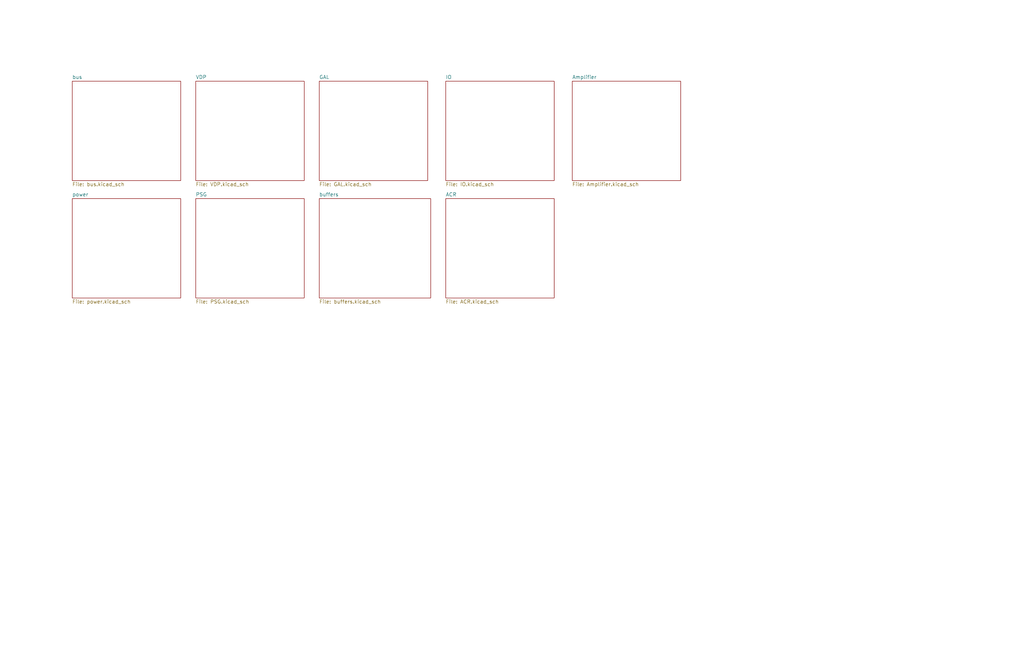
<source format=kicad_sch>
(kicad_sch (version 20211123) (generator eeschema)
  (paper "B")
  (lib_symbols)
  (sheet (at 134.62 34.29) (size 45.72 41.91)
    (property "Sheet name" "GAL" (at 134.62 33.4514 0) (effects (font (size 1.524 1.524)) (justify left bottom)))
    (property "Sheet file" "GAL.kicad_sch" (at 134.62 76.8862 0) (effects (font (size 1.524 1.524)) (justify left top)))
  )
  (sheet (at 134.62 83.82) (size 46.99 41.91)
    (property "Sheet name" "buffers" (at 134.62 82.9814 0) (effects (font (size 1.524 1.524)) (justify left bottom)))
    (property "Sheet file" "buffers.kicad_sch" (at 134.62 126.4162 0) (effects (font (size 1.524 1.524)) (justify left top)))
  )
  (sheet (at 30.48 34.29) (size 45.72 41.91)
    (property "Sheet name" "bus" (at 30.48 33.4514 0) (effects (font (size 1.524 1.524)) (justify left bottom)))
    (property "Sheet file" "bus.kicad_sch" (at 30.48 76.8862 0) (effects (font (size 1.524 1.524)) (justify left top)))
  )
  (sheet (at 30.48 83.82) (size 45.72 41.91)
    (property "Sheet name" "power" (at 30.48 82.9814 0) (effects (font (size 1.524 1.524)) (justify left bottom)))
    (property "Sheet file" "power.kicad_sch" (at 30.48 126.4162 0) (effects (font (size 1.524 1.524)) (justify left top)))
  )
  (sheet (at 82.55 34.29) (size 45.72 41.91)
    (property "Sheet name" "VDP" (at 82.55 33.4514 0) (effects (font (size 1.524 1.524)) (justify left bottom)))
    (property "Sheet file" "VDP.kicad_sch" (at 82.55 76.8862 0) (effects (font (size 1.524 1.524)) (justify left top)))
  )
  (sheet (at 82.55 83.82) (size 45.72 41.91)
    (property "Sheet name" "PSG" (at 82.55 82.9814 0) (effects (font (size 1.524 1.524)) (justify left bottom)))
    (property "Sheet file" "PSG.kicad_sch" (at 82.55 126.4162 0) (effects (font (size 1.524 1.524)) (justify left top)))
  )
  (sheet (at 241.3 34.29) (size 45.72 41.91)
    (property "Sheet name" "Amplifier" (at 241.3 33.4514 0) (effects (font (size 1.524 1.524)) (justify left bottom)))
    (property "Sheet file" "Amplifier.kicad_sch" (at 241.3 76.8862 0) (effects (font (size 1.524 1.524)) (justify left top)))
  )
  (sheet (at 187.96 83.82) (size 45.72 41.91)
    (property "Sheet name" "ACR" (at 187.96 82.9814 0) (effects (font (size 1.524 1.524)) (justify left bottom)))
    (property "Sheet file" "ACR.kicad_sch" (at 187.96 126.4162 0) (effects (font (size 1.524 1.524)) (justify left top)))
  )
  (sheet (at 187.96 34.29) (size 45.72 41.91)
    (property "Sheet name" "IO" (at 187.96 33.4514 0) (effects (font (size 1.524 1.524)) (justify left bottom)))
    (property "Sheet file" "IO.kicad_sch" (at 187.96 76.8862 0) (effects (font (size 1.524 1.524)) (justify left top)))
  )
)
</source>
